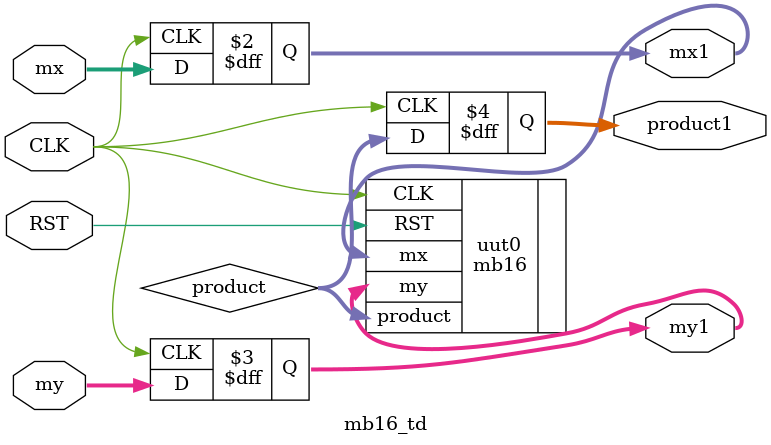
<source format=v>
module mb16_td (mx,my,CLK,RST,mx1,my1, product1);
parameter WIDTH=16;   
input wire [WIDTH-1:0] mx;
input wire [WIDTH-1:0] my;
input wire CLK;
input wire RST;

output reg [WIDTH-1:0] mx1;
output reg [WIDTH-1:0] my1;
output reg [(WIDTH*2)-1:0] product1;

wire [(WIDTH*2)-1:0] product;
always @(posedge CLK) 
begin
mx1<=mx;
my1<=my;
product1<=product;
end

	mb16 uut0 (
		.mx(mx1),
		.my(my1),
		.CLK(CLK),
		.RST(RST),
		.product(product)
	);


endmodule

</source>
